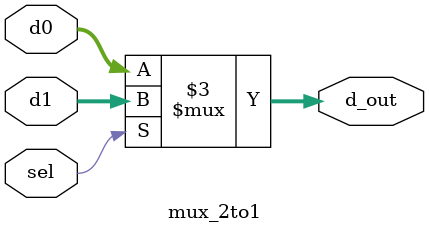
<source format=v>
`timescale 1ns / 1ps
module mux_2to1 #(parameter WIDTH = 8) 
(input [WIDTH-1:0] d1, d0, input sel, output reg [WIDTH-1:0] d_out);
	
always @ (d1, d0, sel)
		
if( sel )
			
d_out = d1;
		
else
			
d_out = d0;

endmodule


</source>
